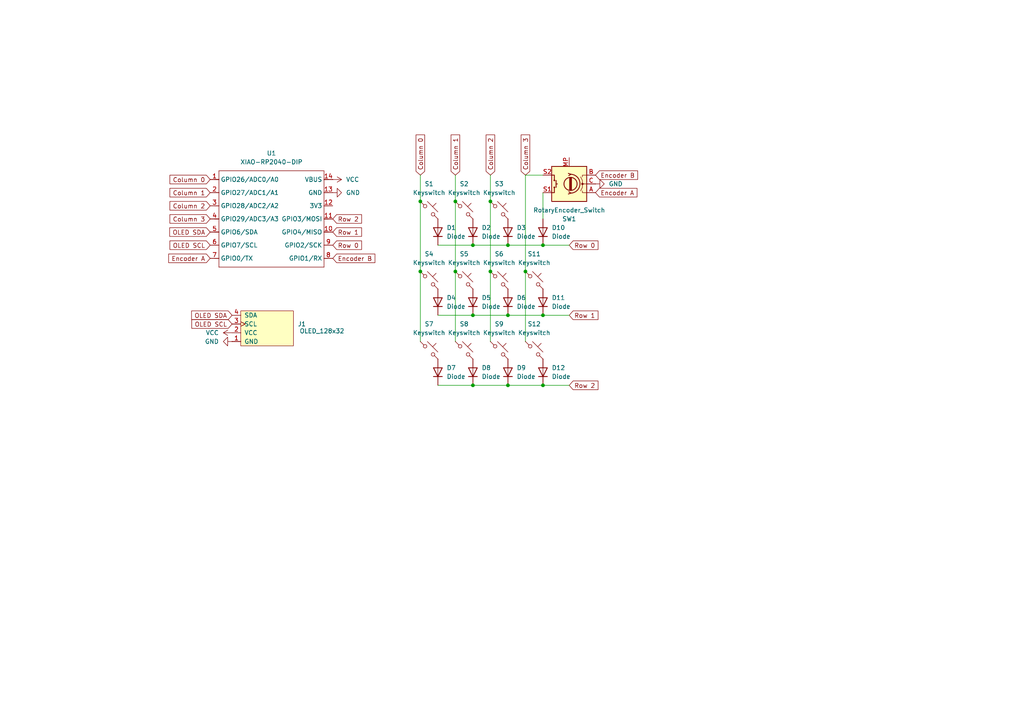
<source format=kicad_sch>
(kicad_sch (version 20250114) (generator "eeschema") (generator_version "9.0")
  (paper "A4")
  (lib_symbols
    (symbol "Device:RotaryEncoder_Switch_MP" (pin_names (offset 0.254) (hide yes))
      (property "Reference" "SW" (at 0 8.89 0))
      (property "Value" "RotaryEncoder_Switch_MP" (at 0 6.35 0))
      (symbol "RotaryEncoder_Switch_MP_0_1"
        (rectangle (start -5.08 5.08) (end 5.08 -5.08) (stroke (width 0.254)) (fill (type background)))
        (polyline (pts (xy -5.08 2.54) (xy -3.81 2.54) (xy -3.81 2.032)))
        (polyline (pts (xy -5.08 0) (xy -3.81 0) (xy -3.81 -1.016) (xy -3.302 -2.032)))
        (polyline (pts (xy -5.08 -2.54) (xy -3.81 -2.54) (xy -3.81 -2.032)))
        (polyline (pts (xy -4.318 0) (xy -3.81 0) (xy -3.81 1.016) (xy -3.302 2.032)))
        (circle (center -3.81 0) (radius 0.254) (fill (type outline)))
        (polyline (pts (xy -0.635 -1.778) (xy -0.635 1.778)) (stroke (width 0.254)))
        (circle (center -0.381 0) (radius 1.905) (stroke (width 0.254)))
        (polyline (pts (xy -0.381 -1.778) (xy -0.381 1.778)) (stroke (width 0.254)))
        (arc (start -0.381 -2.794) (mid -3.0988 -0.0635) (end -0.381 2.667) (stroke (width 0.254)))
        (polyline (pts (xy -0.127 1.778) (xy -0.127 -1.778)) (stroke (width 0.254)))
        (polyline (pts (xy 0.254 2.921) (xy -0.508 2.667) (xy 0.127 2.286)) (stroke (width 0.254)))
        (polyline (pts (xy 0.254 -3.048) (xy -0.508 -2.794) (xy 0.127 -2.413)) (stroke (width 0.254)))
        (polyline (pts (xy 3.81 1.016) (xy 3.81 -1.016)) (stroke (width 0.254)))
        (polyline (pts (xy 3.81 0) (xy 3.429 0)) (stroke (width 0.254)))
        (circle (center 4.318 1.016) (radius 0.127) (stroke (width 0.254)))
        (circle (center 4.318 -1.016) (radius 0.127) (stroke (width 0.254)))
        (polyline (pts (xy 5.08 2.54) (xy 4.318 2.54) (xy 4.318 1.016)) (stroke (width 0.254)))
        (polyline (pts (xy 5.08 -2.54) (xy 4.318 -2.54) (xy 4.318 -1.016)) (stroke (width 0.254)))
      )
      (symbol "RotaryEncoder_Switch_MP_1_1"
        (pin passive line (at -7.62 2.54 0) (length 2.54) (name "A") (number "A"))
        (pin passive line (at -7.62 0 0) (length 2.54) (name "C") (number "C"))
        (pin passive line (at -7.62 -2.54 0) (length 2.54) (name "B") (number "B"))
        (pin passive line (at 0 -7.62 90) (length 2.54) (name "MP") (number "MP"))
        (pin passive line (at 7.62 2.54 180) (length 2.54) (name "S1") (number "S1"))
        (pin passive line (at 7.62 -2.54 180) (length 2.54) (name "S2") (number "S2"))
      )
    )
    (symbol "ScottoKeebs:OLED_128x32" (pin_names (offset 1.016))
      (property "Reference" "J" (at 0 -6.35 0))
      (property "Value" "OLED_128x32" (at 0 6.35 0))
      (symbol "OLED_128x32_0_1"
        (rectangle (start 0 5.08) (end 15.24 -5.08) (fill (type background)))
      )
      (symbol "OLED_128x32_1_1"
        (pin bidirectional line (at -2.54 3.81 0) (length 2.54) (name "SDA") (number "4"))
        (pin input clock (at -2.54 1.27 0) (length 2.54) (name "SCL") (number "3"))
        (pin power_in line (at -2.54 -1.27 0) (length 2.54) (name "VCC") (number "2"))
        (pin power_in line (at -2.54 -3.81 0) (length 2.54) (name "GND") (number "1"))
      )
    )
    (symbol "ScottoKeebs:Placeholder_Diode" (pin_numbers (hide yes)) (pin_names (hide yes))
      (property "Reference" "D" (at 0 2.54 0))
      (property "Value" "Diode" (at 0 -2.54 0))
      (symbol "Placeholder_Diode_0_1"
        (polyline (pts (xy -1.27 1.27) (xy -1.27 -1.27)) (stroke (width 0.254)))
        (polyline (pts (xy 1.27 1.27) (xy 1.27 -1.27) (xy -1.27 0) (xy 1.27 1.27)) (stroke (width 0.254)))
        (polyline (pts (xy 1.27 0) (xy -1.27 0)))
      )
      (symbol "Placeholder_Diode_1_1"
        (pin passive line (at -3.81 0 0) (length 2.54) (name "K") (number "1"))
        (pin passive line (at 3.81 0 180) (length 2.54) (name "A") (number "2"))
      )
    )
    (symbol "ScottoKeebs:Placeholder_Keyswitch" (pin_numbers (hide yes)) (pin_names (offset 1.016) (hide yes))
      (property "Reference" "S" (at 3.048 1.016 0))
      (property "Value" "Keyswitch" (at 0 -3.81 0))
      (symbol "Placeholder_Keyswitch_0_1"
        (polyline (pts (xy -2.54 2.54) (xy -1.524 1.524) (xy -1.524 1.524)))
        (circle (center -1.1684 1.1684) (radius 0.508))
        (polyline (pts (xy -0.508 2.54) (xy 2.54 -0.508)))
        (polyline (pts (xy 1.016 1.016) (xy 2.032 2.032)))
        (circle (center 1.143 -1.1938) (radius 0.508))
        (polyline (pts (xy 1.524 -1.524) (xy 2.54 -2.54) (xy 2.54 -2.54) (xy 2.54 -2.54)))
        (pin passive line (at -2.54 2.54 0) (length 0) (name "1") (number "1"))
        (pin passive line (at 2.54 -2.54 180) (length 0) (name "2") (number "2"))
      )
    )
    (symbol "Seeed_Studio_XIAO_Series:XIAO-RP2040-DIP"
      (property "Reference" "U" (at 0 0 0))
      (property "Value" "XIAO-RP2040-DIP" (at 5.334 -1.778 0))
      (symbol "XIAO-RP2040-DIP_1_0"
        (polyline (pts (xy -1.27 -2.54) (xy 29.21 -2.54)) (stroke (width 0.1524)))
        (polyline (pts (xy -1.27 -5.08) (xy -2.54 -5.08)) (stroke (width 0.1524)))
        (polyline (pts (xy -1.27 -5.08) (xy -1.27 -2.54)) (stroke (width 0.1524)))
        (polyline (pts (xy -1.27 -8.89) (xy -2.54 -8.89)) (stroke (width 0.1524)))
        (polyline (pts (xy -1.27 -8.89) (xy -1.27 -5.08)) (stroke (width 0.1524)))
        (polyline (pts (xy -1.27 -12.7) (xy -2.54 -12.7)) (stroke (width 0.1524)))
        (polyline (pts (xy -1.27 -12.7) (xy -1.27 -8.89)) (stroke (width 0.1524)))
        (polyline (pts (xy -1.27 -16.51) (xy -2.54 -16.51)) (stroke (width 0.1524)))
        (polyline (pts (xy -1.27 -16.51) (xy -1.27 -12.7)) (stroke (width 0.1524)))
        (polyline (pts (xy -1.27 -20.32) (xy -2.54 -20.32)) (stroke (width 0.1524)))
        (polyline (pts (xy -1.27 -24.13) (xy -2.54 -24.13)) (stroke (width 0.1524)))
        (polyline (pts (xy -1.27 -27.94) (xy -2.54 -27.94)) (stroke (width 0.1524)))
        (polyline (pts (xy -1.27 -30.48) (xy -1.27 -16.51)) (stroke (width 0.1524)))
        (polyline (pts (xy 29.21 -2.54) (xy 29.21 -5.08)) (stroke (width 0.1524)))
        (polyline (pts (xy 29.21 -5.08) (xy 29.21 -8.89)) (stroke (width 0.1524)))
        (polyline (pts (xy 29.21 -8.89) (xy 29.21 -12.7)) (stroke (width 0.1524)))
        (polyline (pts (xy 29.21 -12.7) (xy 29.21 -30.48)) (stroke (width 0.1524)))
        (polyline (pts (xy 29.21 -30.48) (xy -1.27 -30.48)) (stroke (width 0.1524)))
        (polyline (pts (xy 30.48 -5.08) (xy 29.21 -5.08)) (stroke (width 0.1524)))
        (polyline (pts (xy 30.48 -8.89) (xy 29.21 -8.89)) (stroke (width 0.1524)))
        (polyline (pts (xy 30.48 -12.7) (xy 29.21 -12.7)) (stroke (width 0.1524)))
        (polyline (pts (xy 30.48 -16.51) (xy 29.21 -16.51)) (stroke (width 0.1524)))
        (polyline (pts (xy 30.48 -20.32) (xy 29.21 -20.32)) (stroke (width 0.1524)))
        (polyline (pts (xy 30.48 -24.13) (xy 29.21 -24.13)) (stroke (width 0.1524)))
        (polyline (pts (xy 30.48 -27.94) (xy 29.21 -27.94)) (stroke (width 0.1524)))
        (pin passive line (at -3.81 -5.08 0) (length 2.54) (name "GPIO26/ADC0/A0") (number "1"))
        (pin passive line (at -3.81 -8.89 0) (length 2.54) (name "GPIO27/ADC1/A1") (number "2"))
        (pin passive line (at -3.81 -12.7 0) (length 2.54) (name "GPIO28/ADC2/A2") (number "3"))
        (pin passive line (at -3.81 -16.51 0) (length 2.54) (name "GPIO29/ADC3/A3") (number "4"))
        (pin passive line (at -3.81 -20.32 0) (length 2.54) (name "GPIO6/SDA") (number "5"))
        (pin passive line (at -3.81 -24.13 0) (length 2.54) (name "GPIO7/SCL") (number "6"))
        (pin passive line (at -3.81 -27.94 0) (length 2.54) (name "GPIO0/TX") (number "7"))
        (pin passive line (at 31.75 -5.08 180) (length 2.54) (name "VBUS") (number "14"))
        (pin passive line (at 31.75 -8.89 180) (length 2.54) (name "GND") (number "13"))
        (pin passive line (at 31.75 -12.7 180) (length 2.54) (name "3V3") (number "12"))
        (pin passive line (at 31.75 -16.51 180) (length 2.54) (name "GPIO3/MOSI") (number "11"))
        (pin passive line (at 31.75 -20.32 180) (length 2.54) (name "GPIO4/MISO") (number "10"))
        (pin passive line (at 31.75 -24.13 180) (length 2.54) (name "GPIO2/SCK") (number "9"))
        (pin passive line (at 31.75 -27.94 180) (length 2.54) (name "GPIO1/RX") (number "8"))
      )
    )
    (symbol "power:GND" (power) (pin_numbers (hide yes)) (pin_names (offset 0) (hide yes))
      (property "Value" "GND" (at 0 -3.81 0))
      (symbol "GND_0_1"
        (polyline (pts (xy 0 0) (xy 0 -1.27) (xy 1.27 -1.27) (xy 0 -2.54) (xy -1.27 -1.27) (xy 0 -1.27)))
      )
      (symbol "GND_1_1"
        (pin power_in line (at 0 0 270) (length 0) (name "~") (number "1"))
      )
    )
    (symbol "power:VCC" (power) (pin_numbers (hide yes)) (pin_names (offset 0) (hide yes))
      (property "Value" "VCC" (at 0 3.556 0))
      (symbol "VCC_0_1"
        (polyline (pts (xy -0.762 1.27) (xy 0 2.54)))
        (polyline (pts (xy 0 2.54) (xy 0.762 1.27)))
        (polyline (pts (xy 0 0) (xy 0 2.54)))
      )
      (symbol "VCC_1_1"
        (pin power_in line (at 0 0 90) (length 0) (name "~") (number "1"))
      )
    )
  )
  (junction (at 137.16 71.12))
  (junction (at 142.24 78.74))
  (junction (at 147.32 91.44))
  (junction (at 132.08 78.74))
  (junction (at 157.48 71.12))
  (junction (at 132.08 58.42))
  (junction (at 157.48 111.76))
  (junction (at 142.24 58.42))
  (junction (at 147.32 71.12))
  (junction (at 121.92 78.74))
  (junction (at 147.32 111.76))
  (junction (at 152.4 78.74))
  (junction (at 157.48 91.44))
  (junction (at 137.16 111.76))
  (junction (at 137.16 91.44))
  (junction (at 121.92 58.42))
  (wire (pts (xy 121.92 78.74) (xy 121.92 99.06)))
  (wire (pts (xy 165.1 91.44) (xy 157.48 91.44)))
  (wire (pts (xy 132.08 58.42) (xy 132.08 78.74)))
  (wire (pts (xy 157.48 111.76) (xy 147.32 111.76)))
  (wire (pts (xy 137.16 71.12) (xy 147.32 71.12)))
  (wire (pts (xy 137.16 91.44) (xy 147.32 91.44)))
  (wire (pts (xy 157.48 91.44) (xy 147.32 91.44)))
  (wire (pts (xy 142.24 58.42) (xy 142.24 78.74)))
  (wire (pts (xy 121.92 58.42) (xy 121.92 78.74)))
  (wire (pts (xy 142.24 50.8) (xy 142.24 58.42)))
  (wire (pts (xy 127 71.12) (xy 137.16 71.12)))
  (wire (pts (xy 157.48 55.88) (xy 157.48 63.5)))
  (wire (pts (xy 165.1 71.12) (xy 157.48 71.12)))
  (wire (pts (xy 152.4 50.8) (xy 152.4 78.74)))
  (wire (pts (xy 137.16 111.76) (xy 147.32 111.76)))
  (wire (pts (xy 157.48 71.12) (xy 147.32 71.12)))
  (wire (pts (xy 152.4 78.74) (xy 152.4 99.06)))
  (wire (pts (xy 127 91.44) (xy 137.16 91.44)))
  (wire (pts (xy 121.92 50.8) (xy 121.92 58.42)))
  (wire (pts (xy 165.1 111.76) (xy 157.48 111.76)))
  (wire (pts (xy 142.24 78.74) (xy 142.24 99.06)))
  (wire (pts (xy 132.08 50.8) (xy 132.08 58.42)))
  (wire (pts (xy 127 111.76) (xy 137.16 111.76)))
  (wire (pts (xy 132.08 78.74) (xy 132.08 99.06)))
  (wire (pts (xy 152.4 50.8) (xy 157.48 50.8)))
  (global_label "Row 1" (shape input) (at 165.1 91.44 0) (property "Intersheetrefs" "${INTERSHEET_REFS}" (effects (hide yes))))
  (global_label "Column 2" (shape input) (at 60.96 59.69 180) (property "Intersheetrefs" "${INTERSHEET_REFS}" (effects (hide yes))))
  (global_label "Row 0" (shape input) (at 165.1 71.12 0) (property "Intersheetrefs" "${INTERSHEET_REFS}" (effects (hide yes))))
  (global_label "Column 1" (shape input) (at 132.08 50.8 90) (property "Intersheetrefs" "${INTERSHEET_REFS}" (effects (hide yes))))
  (global_label "Row 2" (shape input) (at 96.52 63.5 0) (property "Intersheetrefs" "${INTERSHEET_REFS}" (effects (hide yes))))
  (global_label "Row 2" (shape input) (at 165.1 111.76 0) (property "Intersheetrefs" "${INTERSHEET_REFS}" (effects (hide yes))))
  (global_label "Row 0" (shape input) (at 96.52 71.12 0) (property "Intersheetrefs" "${INTERSHEET_REFS}" (effects (hide yes))))
  (global_label "OLED SCL" (shape input) (at 67.31 93.98 180) (property "Intersheetrefs" "${INTERSHEET_REFS}" (effects (hide yes))))
  (global_label "Column 1" (shape input) (at 60.96 55.88 180) (property "Intersheetrefs" "${INTERSHEET_REFS}" (effects (hide yes))))
  (global_label "Encoder B" (shape input) (at 172.72 50.8 0) (property "Intersheetrefs" "${INTERSHEET_REFS}" (effects (hide yes))))
  (global_label "Encoder B" (shape input) (at 96.52 74.93 0) (property "Intersheetrefs" "${INTERSHEET_REFS}" (effects (hide yes))))
  (global_label "Encoder A" (shape input) (at 172.72 55.88 0) (property "Intersheetrefs" "${INTERSHEET_REFS}" (effects (hide yes))))
  (global_label "Row 1" (shape input) (at 96.52 67.31 0) (property "Intersheetrefs" "${INTERSHEET_REFS}" (effects (hide yes))))
  (global_label "OLED SDA" (shape input) (at 60.96 67.31 180) (property "Intersheetrefs" "${INTERSHEET_REFS}" (effects (hide yes))))
  (global_label "OLED SDA" (shape input) (at 67.31 91.44 180) (property "Intersheetrefs" "${INTERSHEET_REFS}" (effects (hide yes))))
  (global_label "Encoder A" (shape input) (at 60.96 74.93 180) (property "Intersheetrefs" "${INTERSHEET_REFS}" (effects (hide yes))))
  (global_label "Column 2" (shape input) (at 142.24 50.8 90) (property "Intersheetrefs" "${INTERSHEET_REFS}" (effects (hide yes))))
  (global_label "OLED SCL" (shape input) (at 60.96 71.12 180) (property "Intersheetrefs" "${INTERSHEET_REFS}" (effects (hide yes))))
  (global_label "Column 0" (shape input) (at 60.96 52.07 180) (property "Intersheetrefs" "${INTERSHEET_REFS}" (effects (hide yes))))
  (global_label "Column 0" (shape input) (at 121.92 50.8 90) (property "Intersheetrefs" "${INTERSHEET_REFS}" (effects (hide yes))))
  (global_label "Column 3" (shape input) (at 60.96 63.5 180) (property "Intersheetrefs" "${INTERSHEET_REFS}" (effects (hide yes))))
  (global_label "Column 3" (shape input) (at 152.4 50.8 90) (property "Intersheetrefs" "${INTERSHEET_REFS}" (effects (hide yes))))
  (symbol (lib_id "Seeed_Studio_XIAO_Series:XIAO-RP2040-DIP") (at 64.77 46.99 0) (unit 1)
    (property "Reference" "U1" (at 78.74 44.45 0))
    (property "Value" "XIAO-RP2040-DIP" (at 78.74 46.99 0))
    (property "Footprint" "ScottoKeebs_MCU:Seeed_XIAO_RP2040" (effects (hide yes)))
  )
  (symbol (lib_id "ScottoKeebs:OLED_128x32") (at 69.85 95.25 0) (unit 1)
    (property "Reference" "J1" (at 86.36 93.9799 0) (effects (justify left)))
    (property "Value" "OLED_128x32" (at 86.868 96.012 0) (effects (justify left)))
    (property "Footprint" "ScottoKeebs_Components:OLED_128x32" (effects (hide yes)))
  )
  (symbol (lib_id "ScottoKeebs:Placeholder_Diode") (at 127 107.95 90) (unit 1)
    (property "Reference" "D7" (at 129.54 106.6799 90) (effects (justify right)))
    (property "Value" "Diode" (at 129.54 109.2199 90) (effects (justify right)))
    (property "Footprint" "ScottoKeebs_Components:Diode_DO-35" (effects (hide yes)))
    (property "Description" "1N4148 (DO-35) or 1N4148W (SOD-123)" (effects (hide yes)))
    (property "Sim.Device" "D" (effects (hide yes)))
    (property "Sim.Pins" "1=K 2=A" (effects (hide yes)))
  )
  (symbol (lib_id "ScottoKeebs:Placeholder_Keyswitch") (at 154.94 81.28 0) (unit 1)
    (property "Reference" "S11" (at 154.94 73.66 0))
    (property "Value" "Keyswitch" (at 154.94 76.2 0))
    (property "Footprint" "ScottoKeebs_MX:MX_PCB_1.00u" (effects (hide yes)))
    (property "Description" "Push button switch, normally open, two pins, 45° tilted" (effects (hide yes)))
  )
  (symbol (lib_id "ScottoKeebs:Placeholder_Diode") (at 127 67.31 90) (unit 1)
    (property "Reference" "D1" (at 129.54 66.0399 90) (effects (justify right)))
    (property "Value" "Diode" (at 129.54 68.5799 90) (effects (justify right)))
    (property "Footprint" "ScottoKeebs_Components:Diode_DO-35" (effects (hide yes)))
    (property "Description" "1N4148 (DO-35) or 1N4148W (SOD-123)" (effects (hide yes)))
    (property "Sim.Device" "D" (effects (hide yes)))
    (property "Sim.Pins" "1=K 2=A" (effects (hide yes)))
  )
  (symbol (lib_id "power:GND") (at 96.52 55.88 90) (unit 1)
    (property "Reference" "#PWR04" (effects (hide yes)))
    (property "Value" "GND" (at 100.33 55.8799 90) (effects (justify right)))
    (property "Description" "Power symbol creates a global label with name \"GND\" , ground" (effects (hide yes)))
  )
  (symbol (lib_id "ScottoKeebs:Placeholder_Diode") (at 157.48 87.63 90) (unit 1)
    (property "Reference" "D11" (at 160.02 86.3599 90) (effects (justify right)))
    (property "Value" "Diode" (at 160.02 88.8999 90) (effects (justify right)))
    (property "Footprint" "ScottoKeebs_Components:Diode_DO-35" (effects (hide yes)))
    (property "Description" "1N4148 (DO-35) or 1N4148W (SOD-123)" (effects (hide yes)))
    (property "Sim.Device" "D" (effects (hide yes)))
    (property "Sim.Pins" "1=K 2=A" (effects (hide yes)))
  )
  (symbol (lib_id "power:GND") (at 172.72 53.34 90) (unit 1)
    (property "Reference" "#PWR05" (effects (hide yes)))
    (property "Value" "GND" (at 176.53 53.3401 90) (effects (justify right)))
    (property "Description" "Power symbol creates a global label with name \"GND\" , ground" (effects (hide yes)))
  )
  (symbol (lib_id "ScottoKeebs:Placeholder_Diode") (at 137.16 107.95 90) (unit 1)
    (property "Reference" "D8" (at 139.7 106.6799 90) (effects (justify right)))
    (property "Value" "Diode" (at 139.7 109.2199 90) (effects (justify right)))
    (property "Footprint" "ScottoKeebs_Components:Diode_DO-35" (effects (hide yes)))
    (property "Description" "1N4148 (DO-35) or 1N4148W (SOD-123)" (effects (hide yes)))
    (property "Sim.Device" "D" (effects (hide yes)))
    (property "Sim.Pins" "1=K 2=A" (effects (hide yes)))
  )
  (symbol (lib_id "ScottoKeebs:Placeholder_Keyswitch") (at 134.62 81.28 0) (unit 1)
    (property "Reference" "S5" (at 134.62 73.66 0))
    (property "Value" "Keyswitch" (at 134.62 76.2 0))
    (property "Footprint" "ScottoKeebs_MX:MX_PCB_1.00u" (effects (hide yes)))
    (property "Description" "Push button switch, normally open, two pins, 45° tilted" (effects (hide yes)))
  )
  (symbol (lib_id "ScottoKeebs:Placeholder_Diode") (at 147.32 87.63 90) (unit 1)
    (property "Reference" "D6" (at 149.86 86.3599 90) (effects (justify right)))
    (property "Value" "Diode" (at 149.86 88.8999 90) (effects (justify right)))
    (property "Footprint" "ScottoKeebs_Components:Diode_DO-35" (effects (hide yes)))
    (property "Description" "1N4148 (DO-35) or 1N4148W (SOD-123)" (effects (hide yes)))
    (property "Sim.Device" "D" (effects (hide yes)))
    (property "Sim.Pins" "1=K 2=A" (effects (hide yes)))
  )
  (symbol (lib_id "ScottoKeebs:Placeholder_Keyswitch") (at 144.78 60.96 0) (unit 1)
    (property "Reference" "S3" (at 144.78 53.34 0))
    (property "Value" "Keyswitch" (at 144.78 55.88 0))
    (property "Footprint" "ScottoKeebs_MX:MX_PCB_1.00u" (effects (hide yes)))
    (property "Description" "Push button switch, normally open, two pins, 45° tilted" (effects (hide yes)))
  )
  (symbol (lib_id "ScottoKeebs:Placeholder_Keyswitch") (at 124.46 60.96 0) (unit 1)
    (property "Reference" "S1" (at 124.46 53.34 0))
    (property "Value" "Keyswitch" (at 124.46 55.88 0))
    (property "Footprint" "ScottoKeebs_MX:MX_PCB_1.00u" (effects (hide yes)))
    (property "Description" "Push button switch, normally open, two pins, 45° tilted" (effects (hide yes)))
  )
  (symbol (lib_id "ScottoKeebs:Placeholder_Diode") (at 157.48 107.95 90) (unit 1)
    (property "Reference" "D12" (at 160.02 106.6799 90) (effects (justify right)))
    (property "Value" "Diode" (at 160.02 109.2199 90) (effects (justify right)))
    (property "Footprint" "ScottoKeebs_Components:Diode_DO-35" (effects (hide yes)))
    (property "Description" "1N4148 (DO-35) or 1N4148W (SOD-123)" (effects (hide yes)))
    (property "Sim.Device" "D" (effects (hide yes)))
    (property "Sim.Pins" "1=K 2=A" (effects (hide yes)))
  )
  (symbol (lib_id "ScottoKeebs:Placeholder_Diode") (at 137.16 67.31 90) (unit 1)
    (property "Reference" "D2" (at 139.7 66.0399 90) (effects (justify right)))
    (property "Value" "Diode" (at 139.7 68.5799 90) (effects (justify right)))
    (property "Footprint" "ScottoKeebs_Components:Diode_DO-35" (effects (hide yes)))
    (property "Description" "1N4148 (DO-35) or 1N4148W (SOD-123)" (effects (hide yes)))
    (property "Sim.Device" "D" (effects (hide yes)))
    (property "Sim.Pins" "1=K 2=A" (effects (hide yes)))
  )
  (symbol (lib_id "ScottoKeebs:Placeholder_Keyswitch") (at 134.62 60.96 0) (unit 1)
    (property "Reference" "S2" (at 134.62 53.34 0))
    (property "Value" "Keyswitch" (at 134.62 55.88 0))
    (property "Footprint" "ScottoKeebs_MX:MX_PCB_1.00u" (effects (hide yes)))
    (property "Description" "Push button switch, normally open, two pins, 45° tilted" (effects (hide yes)))
  )
  (symbol (lib_id "power:VCC") (at 96.52 52.07 270) (unit 1)
    (property "Reference" "#PWR02" (effects (hide yes)))
    (property "Value" "VCC" (at 100.33 52.0699 90) (effects (justify left)))
    (property "Description" "Power symbol creates a global label with name \"VCC\"" (effects (hide yes)))
  )
  (symbol (lib_id "power:VCC") (at 67.31 96.52 90) (unit 1)
    (property "Reference" "#PWR01" (effects (hide yes)))
    (property "Value" "VCC" (at 63.5 96.5199 90) (effects (justify left)))
    (property "Description" "Power symbol creates a global label with name \"VCC\"" (effects (hide yes)))
  )
  (symbol (lib_id "ScottoKeebs:Placeholder_Keyswitch") (at 134.62 101.6 0) (unit 1)
    (property "Reference" "S8" (at 134.62 93.98 0))
    (property "Value" "Keyswitch" (at 134.62 96.52 0))
    (property "Footprint" "ScottoKeebs_MX:MX_PCB_1.00u" (effects (hide yes)))
    (property "Description" "Push button switch, normally open, two pins, 45° tilted" (effects (hide yes)))
  )
  (symbol (lib_id "ScottoKeebs:Placeholder_Diode") (at 157.48 67.31 90) (unit 1)
    (property "Reference" "D10" (at 160.02 66.0399 90) (effects (justify right)))
    (property "Value" "Diode" (at 160.02 68.5799 90) (effects (justify right)))
    (property "Footprint" "ScottoKeebs_Components:Diode_DO-35" (effects (hide yes)))
    (property "Description" "1N4148 (DO-35) or 1N4148W (SOD-123)" (effects (hide yes)))
    (property "Sim.Device" "D" (effects (hide yes)))
    (property "Sim.Pins" "1=K 2=A" (effects (hide yes)))
  )
  (symbol (lib_id "ScottoKeebs:Placeholder_Diode") (at 127 87.63 90) (unit 1)
    (property "Reference" "D4" (at 129.54 86.3599 90) (effects (justify right)))
    (property "Value" "Diode" (at 129.54 88.8999 90) (effects (justify right)))
    (property "Footprint" "ScottoKeebs_Components:Diode_DO-35" (effects (hide yes)))
    (property "Description" "1N4148 (DO-35) or 1N4148W (SOD-123)" (effects (hide yes)))
    (property "Sim.Device" "D" (effects (hide yes)))
    (property "Sim.Pins" "1=K 2=A" (effects (hide yes)))
  )
  (symbol (lib_id "ScottoKeebs:Placeholder_Diode") (at 147.32 67.31 90) (unit 1)
    (property "Reference" "D3" (at 149.86 66.0399 90) (effects (justify right)))
    (property "Value" "Diode" (at 149.86 68.5799 90) (effects (justify right)))
    (property "Footprint" "ScottoKeebs_Components:Diode_DO-35" (effects (hide yes)))
    (property "Description" "1N4148 (DO-35) or 1N4148W (SOD-123)" (effects (hide yes)))
    (property "Sim.Device" "D" (effects (hide yes)))
    (property "Sim.Pins" "1=K 2=A" (effects (hide yes)))
  )
  (symbol (lib_id "ScottoKeebs:Placeholder_Diode") (at 147.32 107.95 90) (unit 1)
    (property "Reference" "D9" (at 149.86 106.6799 90) (effects (justify right)))
    (property "Value" "Diode" (at 149.86 109.2199 90) (effects (justify right)))
    (property "Footprint" "ScottoKeebs_Components:Diode_DO-35" (effects (hide yes)))
    (property "Description" "1N4148 (DO-35) or 1N4148W (SOD-123)" (effects (hide yes)))
    (property "Sim.Device" "D" (effects (hide yes)))
    (property "Sim.Pins" "1=K 2=A" (effects (hide yes)))
  )
  (symbol (lib_id "ScottoKeebs:Placeholder_Diode") (at 137.16 87.63 90) (unit 1)
    (property "Reference" "D5" (at 139.7 86.3599 90) (effects (justify right)))
    (property "Value" "Diode" (at 139.7 88.8999 90) (effects (justify right)))
    (property "Footprint" "ScottoKeebs_Components:Diode_DO-35" (effects (hide yes)))
    (property "Description" "1N4148 (DO-35) or 1N4148W (SOD-123)" (effects (hide yes)))
    (property "Sim.Device" "D" (effects (hide yes)))
    (property "Sim.Pins" "1=K 2=A" (effects (hide yes)))
  )
  (symbol (lib_id "ScottoKeebs:Placeholder_Keyswitch") (at 144.78 81.28 0) (unit 1)
    (property "Reference" "S6" (at 144.78 73.66 0))
    (property "Value" "Keyswitch" (at 144.78 76.2 0))
    (property "Footprint" "ScottoKeebs_MX:MX_PCB_1.00u" (effects (hide yes)))
    (property "Description" "Push button switch, normally open, two pins, 45° tilted" (effects (hide yes)))
  )
  (symbol (lib_id "power:GND") (at 67.31 99.06 270) (unit 1)
    (property "Reference" "#PWR03" (effects (hide yes)))
    (property "Value" "GND" (at 63.5 99.0599 90) (effects (justify right)))
    (property "Description" "Power symbol creates a global label with name \"GND\" , ground" (effects (hide yes)))
  )
  (symbol (lib_id "ScottoKeebs:Placeholder_Keyswitch") (at 154.94 101.6 0) (unit 1)
    (property "Reference" "S12" (at 154.94 93.98 0))
    (property "Value" "Keyswitch" (at 154.94 96.52 0))
    (property "Footprint" "ScottoKeebs_MX:MX_PCB_1.00u" (effects (hide yes)))
    (property "Description" "Push button switch, normally open, two pins, 45° tilted" (effects (hide yes)))
  )
  (symbol (lib_id "ScottoKeebs:Placeholder_Keyswitch") (at 124.46 81.28 0) (unit 1)
    (property "Reference" "S4" (at 124.46 73.66 0))
    (property "Value" "Keyswitch" (at 124.46 76.2 0))
    (property "Footprint" "ScottoKeebs_MX:MX_PCB_1.00u" (effects (hide yes)))
    (property "Description" "Push button switch, normally open, two pins, 45° tilted" (effects (hide yes)))
  )
  (symbol (lib_id "ScottoKeebs:Placeholder_Keyswitch") (at 144.78 101.6 0) (unit 1)
    (property "Reference" "S9" (at 144.78 93.98 0))
    (property "Value" "Keyswitch" (at 144.78 96.52 0))
    (property "Footprint" "ScottoKeebs_MX:MX_PCB_1.00u" (effects (hide yes)))
    (property "Description" "Push button switch, normally open, two pins, 45° tilted" (effects (hide yes)))
  )
  (symbol (lib_id "Device:RotaryEncoder_Switch_MP") (at 165.1 53.34 180) (unit 1)
    (property "Reference" "SW1" (at 165.1 63.5 0))
    (property "Value" "RotaryEncoder_Switch" (at 165.1 60.96 0))
    (property "Footprint" "Rotary_Encoder:RotaryEncoder_Alps_EC11E-Switch_Vertical_H20mm_MountingHoles" (effects (hide yes)))
    (property "Description" "Rotary encoder, dual channel, incremental quadrate outputs, with switch and MP Pin" (effects (hide yes)))
  )
  (symbol (lib_id "ScottoKeebs:Placeholder_Keyswitch") (at 124.46 101.6 0) (unit 1)
    (property "Reference" "S7" (at 124.46 93.98 0))
    (property "Value" "Keyswitch" (at 124.46 96.52 0))
    (property "Footprint" "ScottoKeebs_MX:MX_PCB_1.00u" (effects (hide yes)))
    (property "Description" "Push button switch, normally open, two pins, 45° tilted" (effects (hide yes)))
  )
)
</source>
